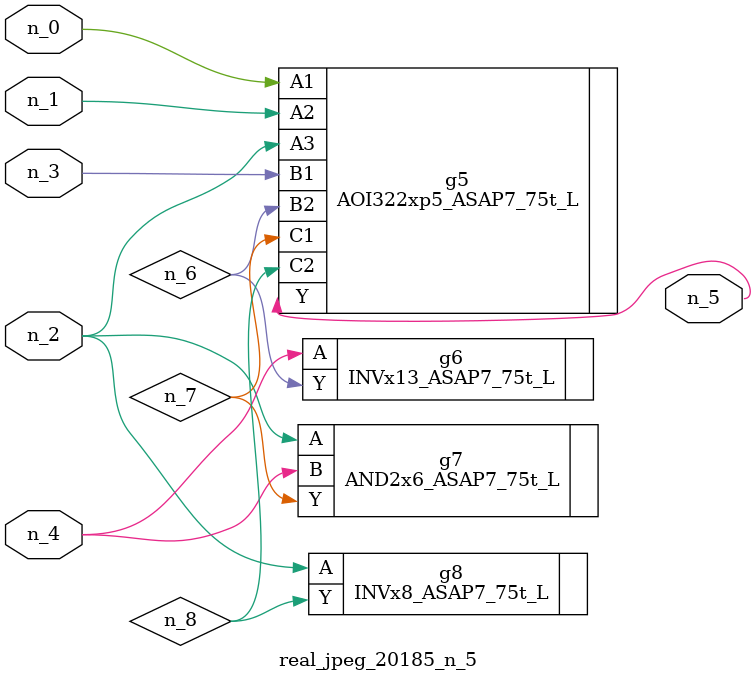
<source format=v>
module real_jpeg_20185_n_5 (n_4, n_0, n_1, n_2, n_3, n_5);

input n_4;
input n_0;
input n_1;
input n_2;
input n_3;

output n_5;

wire n_8;
wire n_6;
wire n_7;

AOI322xp5_ASAP7_75t_L g5 ( 
.A1(n_0),
.A2(n_1),
.A3(n_2),
.B1(n_3),
.B2(n_6),
.C1(n_7),
.C2(n_8),
.Y(n_5)
);

AND2x6_ASAP7_75t_L g7 ( 
.A(n_2),
.B(n_4),
.Y(n_7)
);

INVx8_ASAP7_75t_L g8 ( 
.A(n_2),
.Y(n_8)
);

INVx13_ASAP7_75t_L g6 ( 
.A(n_4),
.Y(n_6)
);


endmodule
</source>
